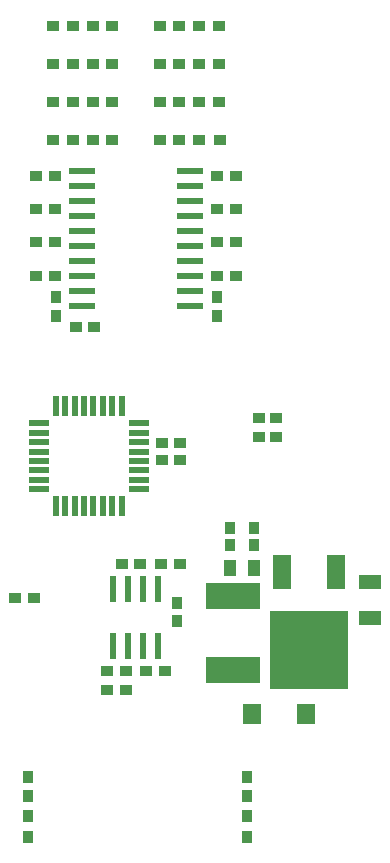
<source format=gtp>
%FSLAX44Y44*%
%MOMM*%
G71*
G01*
G75*
G04 Layer_Color=8421504*
%ADD10R,2.3000X0.6000*%
%ADD11R,1.0000X0.9500*%
%ADD12R,1.1000X0.9500*%
%ADD13R,0.9500X1.0000*%
%ADD14R,0.6000X2.2000*%
%ADD15R,0.9500X1.1000*%
%ADD16R,4.6500X2.3000*%
%ADD17R,0.9000X1.0000*%
%ADD18R,1.1000X1.3500*%
%ADD19R,1.6000X3.0000*%
%ADD20R,6.7000X6.7000*%
%ADD21R,1.9500X1.2500*%
%ADD22R,0.5500X1.7500*%
%ADD23R,1.7500X0.5500*%
%ADD24R,1.6000X1.8000*%
%ADD25R,1.0000X0.9000*%
%ADD26C,0.3000*%
%ADD27C,0.5000*%
%ADD28C,1.0000*%
%ADD29C,3.6000*%
%ADD30C,1.5000*%
%ADD31R,1.5000X1.5000*%
%ADD32C,1.7000*%
%ADD33R,1.7000X1.7000*%
%ADD34R,1.6000X1.6000*%
%ADD35R,1.6000X1.6000*%
%ADD36C,0.8000*%
%ADD37C,0.2000*%
%ADD38C,0.2500*%
%ADD39C,0.6000*%
%ADD40C,0.1000*%
%ADD41C,0.0508*%
D10*
X285498Y479600D02*
D03*
Y492300D02*
D03*
Y505000D02*
D03*
Y517700D02*
D03*
Y530400D02*
D03*
Y543100D02*
D03*
Y555800D02*
D03*
Y568500D02*
D03*
Y581200D02*
D03*
Y593900D02*
D03*
X194498Y479600D02*
D03*
Y492300D02*
D03*
Y505000D02*
D03*
Y517700D02*
D03*
Y530400D02*
D03*
Y543100D02*
D03*
Y555800D02*
D03*
Y568500D02*
D03*
Y581200D02*
D03*
Y593900D02*
D03*
D11*
X171500Y505000D02*
D03*
X155500D02*
D03*
X171500Y533250D02*
D03*
X155500D02*
D03*
X171500Y561500D02*
D03*
X155500D02*
D03*
X171500Y589750D02*
D03*
X155500D02*
D03*
X308500Y589751D02*
D03*
X324500D02*
D03*
X308500Y561501D02*
D03*
X324500D02*
D03*
X308500Y533251D02*
D03*
X324500D02*
D03*
X308500Y505000D02*
D03*
X324500D02*
D03*
X215250Y170000D02*
D03*
X231249D02*
D03*
X243749Y261000D02*
D03*
X227749D02*
D03*
X248500Y170000D02*
D03*
X264499D02*
D03*
X276999Y261000D02*
D03*
X260999D02*
D03*
X215250Y154250D02*
D03*
X231250D02*
D03*
X153750Y232500D02*
D03*
X137750D02*
D03*
X260000Y620250D02*
D03*
X276000D02*
D03*
X260000Y652250D02*
D03*
X276000D02*
D03*
X220000Y716250D02*
D03*
X204000D02*
D03*
X220000Y684250D02*
D03*
X204000D02*
D03*
X220000Y652250D02*
D03*
X204000D02*
D03*
X220000Y620250D02*
D03*
X204000D02*
D03*
X260000Y716250D02*
D03*
X276000D02*
D03*
X260000Y684250D02*
D03*
X276000D02*
D03*
D12*
X262248Y363751D02*
D03*
X277248D02*
D03*
X262248Y348751D02*
D03*
X277248D02*
D03*
X204248Y461500D02*
D03*
X189248D02*
D03*
X343750Y384250D02*
D03*
X358750D02*
D03*
X343750Y368500D02*
D03*
X358750Y368500D02*
D03*
D13*
X309000Y470750D02*
D03*
Y486750D02*
D03*
X148749Y80748D02*
D03*
Y64748D02*
D03*
X333999Y80748D02*
D03*
Y64748D02*
D03*
X172498Y470750D02*
D03*
Y486750D02*
D03*
D14*
X220700Y191500D02*
D03*
X233400D02*
D03*
X246100D02*
D03*
X258800D02*
D03*
X220700Y239500D02*
D03*
X233400D02*
D03*
X246100D02*
D03*
X258800D02*
D03*
D15*
X274749Y228000D02*
D03*
Y213000D02*
D03*
X319750Y276752D02*
D03*
Y291752D02*
D03*
X339750Y276752D02*
D03*
Y291752D02*
D03*
D16*
X322000Y233500D02*
D03*
Y171500D02*
D03*
D17*
X333999Y30247D02*
D03*
Y47247D02*
D03*
X148749Y30247D02*
D03*
Y47247D02*
D03*
D18*
X339750Y258000D02*
D03*
X319750D02*
D03*
D19*
X409750Y254248D02*
D03*
X363750Y254248D02*
D03*
D20*
X386750Y188248D02*
D03*
D21*
X438000Y245999D02*
D03*
X438000Y215499D02*
D03*
D22*
X227998Y310000D02*
D03*
X219998D02*
D03*
X211998D02*
D03*
X203998D02*
D03*
X195998D02*
D03*
X187998D02*
D03*
X179998D02*
D03*
X171998D02*
D03*
Y394500D02*
D03*
X179998D02*
D03*
X187998D02*
D03*
X195998D02*
D03*
X203998D02*
D03*
X211998D02*
D03*
X219998D02*
D03*
X227998D02*
D03*
D23*
X157748Y324250D02*
D03*
Y332250D02*
D03*
Y340250D02*
D03*
Y348250D02*
D03*
Y356250D02*
D03*
Y364250D02*
D03*
Y372250D02*
D03*
Y380250D02*
D03*
X242248D02*
D03*
Y372250D02*
D03*
Y364250D02*
D03*
Y356250D02*
D03*
Y348250D02*
D03*
Y340250D02*
D03*
Y332250D02*
D03*
Y324250D02*
D03*
D24*
X383860Y133750D02*
D03*
X338140Y133750D02*
D03*
D25*
X293750Y620250D02*
D03*
X310750D02*
D03*
X293250Y652250D02*
D03*
X310250D02*
D03*
X186750Y716250D02*
D03*
X169750D02*
D03*
X186750Y684250D02*
D03*
X169750D02*
D03*
X186750Y652250D02*
D03*
X169750D02*
D03*
X186750Y620250D02*
D03*
X169750D02*
D03*
X293250Y716250D02*
D03*
X310250D02*
D03*
X293250Y684250D02*
D03*
X310250D02*
D03*
M02*

</source>
